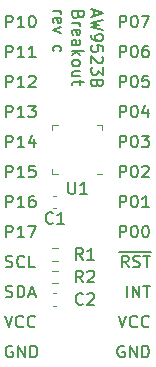
<source format=gbr>
%TF.GenerationSoftware,KiCad,Pcbnew,6.0.4+dfsg-1+b1*%
%TF.CreationDate,2022-04-28T11:11:36+08:00*%
%TF.ProjectId,gpioexp,6770696f-6578-4702-9e6b-696361645f70,c*%
%TF.SameCoordinates,Original*%
%TF.FileFunction,Legend,Top*%
%TF.FilePolarity,Positive*%
%FSLAX46Y46*%
G04 Gerber Fmt 4.6, Leading zero omitted, Abs format (unit mm)*
G04 Created by KiCad (PCBNEW 6.0.4+dfsg-1+b1) date 2022-04-28 11:11:36*
%MOMM*%
%LPD*%
G01*
G04 APERTURE LIST*
%ADD10C,0.150000*%
%ADD11C,0.120000*%
G04 APERTURE END LIST*
D10*
X136225595Y-84272380D02*
X136225595Y-83272380D01*
X136606547Y-83272380D01*
X136701785Y-83320000D01*
X136749404Y-83367619D01*
X136797023Y-83462857D01*
X136797023Y-83605714D01*
X136749404Y-83700952D01*
X136701785Y-83748571D01*
X136606547Y-83796190D01*
X136225595Y-83796190D01*
X137749404Y-84272380D02*
X137177976Y-84272380D01*
X137463690Y-84272380D02*
X137463690Y-83272380D01*
X137368452Y-83415238D01*
X137273214Y-83510476D01*
X137177976Y-83558095D01*
X138701785Y-84272380D02*
X138130357Y-84272380D01*
X138416071Y-84272380D02*
X138416071Y-83272380D01*
X138320833Y-83415238D01*
X138225595Y-83510476D01*
X138130357Y-83558095D01*
X136225595Y-86812380D02*
X136225595Y-85812380D01*
X136606547Y-85812380D01*
X136701785Y-85860000D01*
X136749404Y-85907619D01*
X136797023Y-86002857D01*
X136797023Y-86145714D01*
X136749404Y-86240952D01*
X136701785Y-86288571D01*
X136606547Y-86336190D01*
X136225595Y-86336190D01*
X137749404Y-86812380D02*
X137177976Y-86812380D01*
X137463690Y-86812380D02*
X137463690Y-85812380D01*
X137368452Y-85955238D01*
X137273214Y-86050476D01*
X137177976Y-86098095D01*
X138130357Y-85907619D02*
X138177976Y-85860000D01*
X138273214Y-85812380D01*
X138511309Y-85812380D01*
X138606547Y-85860000D01*
X138654166Y-85907619D01*
X138701785Y-86002857D01*
X138701785Y-86098095D01*
X138654166Y-86240952D01*
X138082738Y-86812380D01*
X138701785Y-86812380D01*
X136225595Y-89352380D02*
X136225595Y-88352380D01*
X136606547Y-88352380D01*
X136701785Y-88400000D01*
X136749404Y-88447619D01*
X136797023Y-88542857D01*
X136797023Y-88685714D01*
X136749404Y-88780952D01*
X136701785Y-88828571D01*
X136606547Y-88876190D01*
X136225595Y-88876190D01*
X137749404Y-89352380D02*
X137177976Y-89352380D01*
X137463690Y-89352380D02*
X137463690Y-88352380D01*
X137368452Y-88495238D01*
X137273214Y-88590476D01*
X137177976Y-88638095D01*
X138082738Y-88352380D02*
X138701785Y-88352380D01*
X138368452Y-88733333D01*
X138511309Y-88733333D01*
X138606547Y-88780952D01*
X138654166Y-88828571D01*
X138701785Y-88923809D01*
X138701785Y-89161904D01*
X138654166Y-89257142D01*
X138606547Y-89304761D01*
X138511309Y-89352380D01*
X138225595Y-89352380D01*
X138130357Y-89304761D01*
X138082738Y-89257142D01*
X136225595Y-91892380D02*
X136225595Y-90892380D01*
X136606547Y-90892380D01*
X136701785Y-90940000D01*
X136749404Y-90987619D01*
X136797023Y-91082857D01*
X136797023Y-91225714D01*
X136749404Y-91320952D01*
X136701785Y-91368571D01*
X136606547Y-91416190D01*
X136225595Y-91416190D01*
X137749404Y-91892380D02*
X137177976Y-91892380D01*
X137463690Y-91892380D02*
X137463690Y-90892380D01*
X137368452Y-91035238D01*
X137273214Y-91130476D01*
X137177976Y-91178095D01*
X138606547Y-91225714D02*
X138606547Y-91892380D01*
X138368452Y-90844761D02*
X138130357Y-91559047D01*
X138749404Y-91559047D01*
X136225595Y-94432380D02*
X136225595Y-93432380D01*
X136606547Y-93432380D01*
X136701785Y-93480000D01*
X136749404Y-93527619D01*
X136797023Y-93622857D01*
X136797023Y-93765714D01*
X136749404Y-93860952D01*
X136701785Y-93908571D01*
X136606547Y-93956190D01*
X136225595Y-93956190D01*
X137749404Y-94432380D02*
X137177976Y-94432380D01*
X137463690Y-94432380D02*
X137463690Y-93432380D01*
X137368452Y-93575238D01*
X137273214Y-93670476D01*
X137177976Y-93718095D01*
X138654166Y-93432380D02*
X138177976Y-93432380D01*
X138130357Y-93908571D01*
X138177976Y-93860952D01*
X138273214Y-93813333D01*
X138511309Y-93813333D01*
X138606547Y-93860952D01*
X138654166Y-93908571D01*
X138701785Y-94003809D01*
X138701785Y-94241904D01*
X138654166Y-94337142D01*
X138606547Y-94384761D01*
X138511309Y-94432380D01*
X138273214Y-94432380D01*
X138177976Y-94384761D01*
X138130357Y-94337142D01*
X136225595Y-96972380D02*
X136225595Y-95972380D01*
X136606547Y-95972380D01*
X136701785Y-96020000D01*
X136749404Y-96067619D01*
X136797023Y-96162857D01*
X136797023Y-96305714D01*
X136749404Y-96400952D01*
X136701785Y-96448571D01*
X136606547Y-96496190D01*
X136225595Y-96496190D01*
X137749404Y-96972380D02*
X137177976Y-96972380D01*
X137463690Y-96972380D02*
X137463690Y-95972380D01*
X137368452Y-96115238D01*
X137273214Y-96210476D01*
X137177976Y-96258095D01*
X138606547Y-95972380D02*
X138416071Y-95972380D01*
X138320833Y-96020000D01*
X138273214Y-96067619D01*
X138177976Y-96210476D01*
X138130357Y-96400952D01*
X138130357Y-96781904D01*
X138177976Y-96877142D01*
X138225595Y-96924761D01*
X138320833Y-96972380D01*
X138511309Y-96972380D01*
X138606547Y-96924761D01*
X138654166Y-96877142D01*
X138701785Y-96781904D01*
X138701785Y-96543809D01*
X138654166Y-96448571D01*
X138606547Y-96400952D01*
X138511309Y-96353333D01*
X138320833Y-96353333D01*
X138225595Y-96400952D01*
X138177976Y-96448571D01*
X138130357Y-96543809D01*
X136225595Y-99512380D02*
X136225595Y-98512380D01*
X136606547Y-98512380D01*
X136701785Y-98560000D01*
X136749404Y-98607619D01*
X136797023Y-98702857D01*
X136797023Y-98845714D01*
X136749404Y-98940952D01*
X136701785Y-98988571D01*
X136606547Y-99036190D01*
X136225595Y-99036190D01*
X137749404Y-99512380D02*
X137177976Y-99512380D01*
X137463690Y-99512380D02*
X137463690Y-98512380D01*
X137368452Y-98655238D01*
X137273214Y-98750476D01*
X137177976Y-98798095D01*
X138082738Y-98512380D02*
X138749404Y-98512380D01*
X138320833Y-99512380D01*
X136177976Y-102004761D02*
X136320833Y-102052380D01*
X136558928Y-102052380D01*
X136654166Y-102004761D01*
X136701785Y-101957142D01*
X136749404Y-101861904D01*
X136749404Y-101766666D01*
X136701785Y-101671428D01*
X136654166Y-101623809D01*
X136558928Y-101576190D01*
X136368452Y-101528571D01*
X136273214Y-101480952D01*
X136225595Y-101433333D01*
X136177976Y-101338095D01*
X136177976Y-101242857D01*
X136225595Y-101147619D01*
X136273214Y-101100000D01*
X136368452Y-101052380D01*
X136606547Y-101052380D01*
X136749404Y-101100000D01*
X137749404Y-101957142D02*
X137701785Y-102004761D01*
X137558928Y-102052380D01*
X137463690Y-102052380D01*
X137320833Y-102004761D01*
X137225595Y-101909523D01*
X137177976Y-101814285D01*
X137130357Y-101623809D01*
X137130357Y-101480952D01*
X137177976Y-101290476D01*
X137225595Y-101195238D01*
X137320833Y-101100000D01*
X137463690Y-101052380D01*
X137558928Y-101052380D01*
X137701785Y-101100000D01*
X137749404Y-101147619D01*
X138654166Y-102052380D02*
X138177976Y-102052380D01*
X138177976Y-101052380D01*
X136177976Y-104544761D02*
X136320833Y-104592380D01*
X136558928Y-104592380D01*
X136654166Y-104544761D01*
X136701785Y-104497142D01*
X136749404Y-104401904D01*
X136749404Y-104306666D01*
X136701785Y-104211428D01*
X136654166Y-104163809D01*
X136558928Y-104116190D01*
X136368452Y-104068571D01*
X136273214Y-104020952D01*
X136225595Y-103973333D01*
X136177976Y-103878095D01*
X136177976Y-103782857D01*
X136225595Y-103687619D01*
X136273214Y-103640000D01*
X136368452Y-103592380D01*
X136606547Y-103592380D01*
X136749404Y-103640000D01*
X137177976Y-104592380D02*
X137177976Y-103592380D01*
X137416071Y-103592380D01*
X137558928Y-103640000D01*
X137654166Y-103735238D01*
X137701785Y-103830476D01*
X137749404Y-104020952D01*
X137749404Y-104163809D01*
X137701785Y-104354285D01*
X137654166Y-104449523D01*
X137558928Y-104544761D01*
X137416071Y-104592380D01*
X137177976Y-104592380D01*
X138130357Y-104306666D02*
X138606547Y-104306666D01*
X138035119Y-104592380D02*
X138368452Y-103592380D01*
X138701785Y-104592380D01*
X136082738Y-106132380D02*
X136416071Y-107132380D01*
X136749404Y-106132380D01*
X137654166Y-107037142D02*
X137606547Y-107084761D01*
X137463690Y-107132380D01*
X137368452Y-107132380D01*
X137225595Y-107084761D01*
X137130357Y-106989523D01*
X137082738Y-106894285D01*
X137035119Y-106703809D01*
X137035119Y-106560952D01*
X137082738Y-106370476D01*
X137130357Y-106275238D01*
X137225595Y-106180000D01*
X137368452Y-106132380D01*
X137463690Y-106132380D01*
X137606547Y-106180000D01*
X137654166Y-106227619D01*
X138654166Y-107037142D02*
X138606547Y-107084761D01*
X138463690Y-107132380D01*
X138368452Y-107132380D01*
X138225595Y-107084761D01*
X138130357Y-106989523D01*
X138082738Y-106894285D01*
X138035119Y-106703809D01*
X138035119Y-106560952D01*
X138082738Y-106370476D01*
X138130357Y-106275238D01*
X138225595Y-106180000D01*
X138368452Y-106132380D01*
X138463690Y-106132380D01*
X138606547Y-106180000D01*
X138654166Y-106227619D01*
X136749404Y-108720000D02*
X136654166Y-108672380D01*
X136511309Y-108672380D01*
X136368452Y-108720000D01*
X136273214Y-108815238D01*
X136225595Y-108910476D01*
X136177976Y-109100952D01*
X136177976Y-109243809D01*
X136225595Y-109434285D01*
X136273214Y-109529523D01*
X136368452Y-109624761D01*
X136511309Y-109672380D01*
X136606547Y-109672380D01*
X136749404Y-109624761D01*
X136797023Y-109577142D01*
X136797023Y-109243809D01*
X136606547Y-109243809D01*
X137225595Y-109672380D02*
X137225595Y-108672380D01*
X137797023Y-109672380D01*
X137797023Y-108672380D01*
X138273214Y-109672380D02*
X138273214Y-108672380D01*
X138511309Y-108672380D01*
X138654166Y-108720000D01*
X138749404Y-108815238D01*
X138797023Y-108910476D01*
X138844642Y-109100952D01*
X138844642Y-109243809D01*
X138797023Y-109434285D01*
X138749404Y-109529523D01*
X138654166Y-109624761D01*
X138511309Y-109672380D01*
X138273214Y-109672380D01*
X146206785Y-108720000D02*
X146111547Y-108672380D01*
X145968690Y-108672380D01*
X145825833Y-108720000D01*
X145730595Y-108815238D01*
X145682976Y-108910476D01*
X145635357Y-109100952D01*
X145635357Y-109243809D01*
X145682976Y-109434285D01*
X145730595Y-109529523D01*
X145825833Y-109624761D01*
X145968690Y-109672380D01*
X146063928Y-109672380D01*
X146206785Y-109624761D01*
X146254404Y-109577142D01*
X146254404Y-109243809D01*
X146063928Y-109243809D01*
X146682976Y-109672380D02*
X146682976Y-108672380D01*
X147254404Y-109672380D01*
X147254404Y-108672380D01*
X147730595Y-109672380D02*
X147730595Y-108672380D01*
X147968690Y-108672380D01*
X148111547Y-108720000D01*
X148206785Y-108815238D01*
X148254404Y-108910476D01*
X148302023Y-109100952D01*
X148302023Y-109243809D01*
X148254404Y-109434285D01*
X148206785Y-109529523D01*
X148111547Y-109624761D01*
X147968690Y-109672380D01*
X147730595Y-109672380D01*
X145730595Y-106132380D02*
X146063928Y-107132380D01*
X146397261Y-106132380D01*
X147302023Y-107037142D02*
X147254404Y-107084761D01*
X147111547Y-107132380D01*
X147016309Y-107132380D01*
X146873452Y-107084761D01*
X146778214Y-106989523D01*
X146730595Y-106894285D01*
X146682976Y-106703809D01*
X146682976Y-106560952D01*
X146730595Y-106370476D01*
X146778214Y-106275238D01*
X146873452Y-106180000D01*
X147016309Y-106132380D01*
X147111547Y-106132380D01*
X147254404Y-106180000D01*
X147302023Y-106227619D01*
X148302023Y-107037142D02*
X148254404Y-107084761D01*
X148111547Y-107132380D01*
X148016309Y-107132380D01*
X147873452Y-107084761D01*
X147778214Y-106989523D01*
X147730595Y-106894285D01*
X147682976Y-106703809D01*
X147682976Y-106560952D01*
X147730595Y-106370476D01*
X147778214Y-106275238D01*
X147873452Y-106180000D01*
X148016309Y-106132380D01*
X148111547Y-106132380D01*
X148254404Y-106180000D01*
X148302023Y-106227619D01*
X146444880Y-104592380D02*
X146444880Y-103592380D01*
X146921071Y-104592380D02*
X146921071Y-103592380D01*
X147492500Y-104592380D01*
X147492500Y-103592380D01*
X147825833Y-103592380D02*
X148397261Y-103592380D01*
X148111547Y-104592380D02*
X148111547Y-103592380D01*
X145778214Y-100770000D02*
X146778214Y-100770000D01*
X146587738Y-102052380D02*
X146254404Y-101576190D01*
X146016309Y-102052380D02*
X146016309Y-101052380D01*
X146397261Y-101052380D01*
X146492500Y-101100000D01*
X146540119Y-101147619D01*
X146587738Y-101242857D01*
X146587738Y-101385714D01*
X146540119Y-101480952D01*
X146492500Y-101528571D01*
X146397261Y-101576190D01*
X146016309Y-101576190D01*
X146778214Y-100770000D02*
X147730595Y-100770000D01*
X146968690Y-102004761D02*
X147111547Y-102052380D01*
X147349642Y-102052380D01*
X147444880Y-102004761D01*
X147492500Y-101957142D01*
X147540119Y-101861904D01*
X147540119Y-101766666D01*
X147492500Y-101671428D01*
X147444880Y-101623809D01*
X147349642Y-101576190D01*
X147159166Y-101528571D01*
X147063928Y-101480952D01*
X147016309Y-101433333D01*
X146968690Y-101338095D01*
X146968690Y-101242857D01*
X147016309Y-101147619D01*
X147063928Y-101100000D01*
X147159166Y-101052380D01*
X147397261Y-101052380D01*
X147540119Y-101100000D01*
X147730595Y-100770000D02*
X148492500Y-100770000D01*
X147825833Y-101052380D02*
X148397261Y-101052380D01*
X148111547Y-102052380D02*
X148111547Y-101052380D01*
X145825833Y-99512380D02*
X145825833Y-98512380D01*
X146206785Y-98512380D01*
X146302023Y-98560000D01*
X146349642Y-98607619D01*
X146397261Y-98702857D01*
X146397261Y-98845714D01*
X146349642Y-98940952D01*
X146302023Y-98988571D01*
X146206785Y-99036190D01*
X145825833Y-99036190D01*
X147016309Y-98512380D02*
X147111547Y-98512380D01*
X147206785Y-98560000D01*
X147254404Y-98607619D01*
X147302023Y-98702857D01*
X147349642Y-98893333D01*
X147349642Y-99131428D01*
X147302023Y-99321904D01*
X147254404Y-99417142D01*
X147206785Y-99464761D01*
X147111547Y-99512380D01*
X147016309Y-99512380D01*
X146921071Y-99464761D01*
X146873452Y-99417142D01*
X146825833Y-99321904D01*
X146778214Y-99131428D01*
X146778214Y-98893333D01*
X146825833Y-98702857D01*
X146873452Y-98607619D01*
X146921071Y-98560000D01*
X147016309Y-98512380D01*
X147968690Y-98512380D02*
X148063928Y-98512380D01*
X148159166Y-98560000D01*
X148206785Y-98607619D01*
X148254404Y-98702857D01*
X148302023Y-98893333D01*
X148302023Y-99131428D01*
X148254404Y-99321904D01*
X148206785Y-99417142D01*
X148159166Y-99464761D01*
X148063928Y-99512380D01*
X147968690Y-99512380D01*
X147873452Y-99464761D01*
X147825833Y-99417142D01*
X147778214Y-99321904D01*
X147730595Y-99131428D01*
X147730595Y-98893333D01*
X147778214Y-98702857D01*
X147825833Y-98607619D01*
X147873452Y-98560000D01*
X147968690Y-98512380D01*
X145825833Y-96972380D02*
X145825833Y-95972380D01*
X146206785Y-95972380D01*
X146302023Y-96020000D01*
X146349642Y-96067619D01*
X146397261Y-96162857D01*
X146397261Y-96305714D01*
X146349642Y-96400952D01*
X146302023Y-96448571D01*
X146206785Y-96496190D01*
X145825833Y-96496190D01*
X147016309Y-95972380D02*
X147111547Y-95972380D01*
X147206785Y-96020000D01*
X147254404Y-96067619D01*
X147302023Y-96162857D01*
X147349642Y-96353333D01*
X147349642Y-96591428D01*
X147302023Y-96781904D01*
X147254404Y-96877142D01*
X147206785Y-96924761D01*
X147111547Y-96972380D01*
X147016309Y-96972380D01*
X146921071Y-96924761D01*
X146873452Y-96877142D01*
X146825833Y-96781904D01*
X146778214Y-96591428D01*
X146778214Y-96353333D01*
X146825833Y-96162857D01*
X146873452Y-96067619D01*
X146921071Y-96020000D01*
X147016309Y-95972380D01*
X148302023Y-96972380D02*
X147730595Y-96972380D01*
X148016309Y-96972380D02*
X148016309Y-95972380D01*
X147921071Y-96115238D01*
X147825833Y-96210476D01*
X147730595Y-96258095D01*
X145825833Y-94432380D02*
X145825833Y-93432380D01*
X146206785Y-93432380D01*
X146302023Y-93480000D01*
X146349642Y-93527619D01*
X146397261Y-93622857D01*
X146397261Y-93765714D01*
X146349642Y-93860952D01*
X146302023Y-93908571D01*
X146206785Y-93956190D01*
X145825833Y-93956190D01*
X147016309Y-93432380D02*
X147111547Y-93432380D01*
X147206785Y-93480000D01*
X147254404Y-93527619D01*
X147302023Y-93622857D01*
X147349642Y-93813333D01*
X147349642Y-94051428D01*
X147302023Y-94241904D01*
X147254404Y-94337142D01*
X147206785Y-94384761D01*
X147111547Y-94432380D01*
X147016309Y-94432380D01*
X146921071Y-94384761D01*
X146873452Y-94337142D01*
X146825833Y-94241904D01*
X146778214Y-94051428D01*
X146778214Y-93813333D01*
X146825833Y-93622857D01*
X146873452Y-93527619D01*
X146921071Y-93480000D01*
X147016309Y-93432380D01*
X147730595Y-93527619D02*
X147778214Y-93480000D01*
X147873452Y-93432380D01*
X148111547Y-93432380D01*
X148206785Y-93480000D01*
X148254404Y-93527619D01*
X148302023Y-93622857D01*
X148302023Y-93718095D01*
X148254404Y-93860952D01*
X147682976Y-94432380D01*
X148302023Y-94432380D01*
X145825833Y-91892380D02*
X145825833Y-90892380D01*
X146206785Y-90892380D01*
X146302023Y-90940000D01*
X146349642Y-90987619D01*
X146397261Y-91082857D01*
X146397261Y-91225714D01*
X146349642Y-91320952D01*
X146302023Y-91368571D01*
X146206785Y-91416190D01*
X145825833Y-91416190D01*
X147016309Y-90892380D02*
X147111547Y-90892380D01*
X147206785Y-90940000D01*
X147254404Y-90987619D01*
X147302023Y-91082857D01*
X147349642Y-91273333D01*
X147349642Y-91511428D01*
X147302023Y-91701904D01*
X147254404Y-91797142D01*
X147206785Y-91844761D01*
X147111547Y-91892380D01*
X147016309Y-91892380D01*
X146921071Y-91844761D01*
X146873452Y-91797142D01*
X146825833Y-91701904D01*
X146778214Y-91511428D01*
X146778214Y-91273333D01*
X146825833Y-91082857D01*
X146873452Y-90987619D01*
X146921071Y-90940000D01*
X147016309Y-90892380D01*
X147682976Y-90892380D02*
X148302023Y-90892380D01*
X147968690Y-91273333D01*
X148111547Y-91273333D01*
X148206785Y-91320952D01*
X148254404Y-91368571D01*
X148302023Y-91463809D01*
X148302023Y-91701904D01*
X148254404Y-91797142D01*
X148206785Y-91844761D01*
X148111547Y-91892380D01*
X147825833Y-91892380D01*
X147730595Y-91844761D01*
X147682976Y-91797142D01*
X145825833Y-89352380D02*
X145825833Y-88352380D01*
X146206785Y-88352380D01*
X146302023Y-88400000D01*
X146349642Y-88447619D01*
X146397261Y-88542857D01*
X146397261Y-88685714D01*
X146349642Y-88780952D01*
X146302023Y-88828571D01*
X146206785Y-88876190D01*
X145825833Y-88876190D01*
X147016309Y-88352380D02*
X147111547Y-88352380D01*
X147206785Y-88400000D01*
X147254404Y-88447619D01*
X147302023Y-88542857D01*
X147349642Y-88733333D01*
X147349642Y-88971428D01*
X147302023Y-89161904D01*
X147254404Y-89257142D01*
X147206785Y-89304761D01*
X147111547Y-89352380D01*
X147016309Y-89352380D01*
X146921071Y-89304761D01*
X146873452Y-89257142D01*
X146825833Y-89161904D01*
X146778214Y-88971428D01*
X146778214Y-88733333D01*
X146825833Y-88542857D01*
X146873452Y-88447619D01*
X146921071Y-88400000D01*
X147016309Y-88352380D01*
X148206785Y-88685714D02*
X148206785Y-89352380D01*
X147968690Y-88304761D02*
X147730595Y-89019047D01*
X148349642Y-89019047D01*
X145825833Y-86812380D02*
X145825833Y-85812380D01*
X146206785Y-85812380D01*
X146302023Y-85860000D01*
X146349642Y-85907619D01*
X146397261Y-86002857D01*
X146397261Y-86145714D01*
X146349642Y-86240952D01*
X146302023Y-86288571D01*
X146206785Y-86336190D01*
X145825833Y-86336190D01*
X147016309Y-85812380D02*
X147111547Y-85812380D01*
X147206785Y-85860000D01*
X147254404Y-85907619D01*
X147302023Y-86002857D01*
X147349642Y-86193333D01*
X147349642Y-86431428D01*
X147302023Y-86621904D01*
X147254404Y-86717142D01*
X147206785Y-86764761D01*
X147111547Y-86812380D01*
X147016309Y-86812380D01*
X146921071Y-86764761D01*
X146873452Y-86717142D01*
X146825833Y-86621904D01*
X146778214Y-86431428D01*
X146778214Y-86193333D01*
X146825833Y-86002857D01*
X146873452Y-85907619D01*
X146921071Y-85860000D01*
X147016309Y-85812380D01*
X148254404Y-85812380D02*
X147778214Y-85812380D01*
X147730595Y-86288571D01*
X147778214Y-86240952D01*
X147873452Y-86193333D01*
X148111547Y-86193333D01*
X148206785Y-86240952D01*
X148254404Y-86288571D01*
X148302023Y-86383809D01*
X148302023Y-86621904D01*
X148254404Y-86717142D01*
X148206785Y-86764761D01*
X148111547Y-86812380D01*
X147873452Y-86812380D01*
X147778214Y-86764761D01*
X147730595Y-86717142D01*
X145825833Y-84272380D02*
X145825833Y-83272380D01*
X146206785Y-83272380D01*
X146302023Y-83320000D01*
X146349642Y-83367619D01*
X146397261Y-83462857D01*
X146397261Y-83605714D01*
X146349642Y-83700952D01*
X146302023Y-83748571D01*
X146206785Y-83796190D01*
X145825833Y-83796190D01*
X147016309Y-83272380D02*
X147111547Y-83272380D01*
X147206785Y-83320000D01*
X147254404Y-83367619D01*
X147302023Y-83462857D01*
X147349642Y-83653333D01*
X147349642Y-83891428D01*
X147302023Y-84081904D01*
X147254404Y-84177142D01*
X147206785Y-84224761D01*
X147111547Y-84272380D01*
X147016309Y-84272380D01*
X146921071Y-84224761D01*
X146873452Y-84177142D01*
X146825833Y-84081904D01*
X146778214Y-83891428D01*
X146778214Y-83653333D01*
X146825833Y-83462857D01*
X146873452Y-83367619D01*
X146921071Y-83320000D01*
X147016309Y-83272380D01*
X148206785Y-83272380D02*
X148016309Y-83272380D01*
X147921071Y-83320000D01*
X147873452Y-83367619D01*
X147778214Y-83510476D01*
X147730595Y-83700952D01*
X147730595Y-84081904D01*
X147778214Y-84177142D01*
X147825833Y-84224761D01*
X147921071Y-84272380D01*
X148111547Y-84272380D01*
X148206785Y-84224761D01*
X148254404Y-84177142D01*
X148302023Y-84081904D01*
X148302023Y-83843809D01*
X148254404Y-83748571D01*
X148206785Y-83700952D01*
X148111547Y-83653333D01*
X147921071Y-83653333D01*
X147825833Y-83700952D01*
X147778214Y-83748571D01*
X147730595Y-83843809D01*
X145825833Y-81732380D02*
X145825833Y-80732380D01*
X146206785Y-80732380D01*
X146302023Y-80780000D01*
X146349642Y-80827619D01*
X146397261Y-80922857D01*
X146397261Y-81065714D01*
X146349642Y-81160952D01*
X146302023Y-81208571D01*
X146206785Y-81256190D01*
X145825833Y-81256190D01*
X147016309Y-80732380D02*
X147111547Y-80732380D01*
X147206785Y-80780000D01*
X147254404Y-80827619D01*
X147302023Y-80922857D01*
X147349642Y-81113333D01*
X147349642Y-81351428D01*
X147302023Y-81541904D01*
X147254404Y-81637142D01*
X147206785Y-81684761D01*
X147111547Y-81732380D01*
X147016309Y-81732380D01*
X146921071Y-81684761D01*
X146873452Y-81637142D01*
X146825833Y-81541904D01*
X146778214Y-81351428D01*
X146778214Y-81113333D01*
X146825833Y-80922857D01*
X146873452Y-80827619D01*
X146921071Y-80780000D01*
X147016309Y-80732380D01*
X147682976Y-80732380D02*
X148349642Y-80732380D01*
X147921071Y-81732380D01*
X143683333Y-80297976D02*
X143683333Y-80774166D01*
X143397619Y-80202738D02*
X144397619Y-80536071D01*
X143397619Y-80869404D01*
X144397619Y-81107500D02*
X143397619Y-81345595D01*
X144111904Y-81536071D01*
X143397619Y-81726547D01*
X144397619Y-81964642D01*
X143397619Y-82393214D02*
X143397619Y-82583690D01*
X143445238Y-82678928D01*
X143492857Y-82726547D01*
X143635714Y-82821785D01*
X143826190Y-82869404D01*
X144207142Y-82869404D01*
X144302380Y-82821785D01*
X144350000Y-82774166D01*
X144397619Y-82678928D01*
X144397619Y-82488452D01*
X144350000Y-82393214D01*
X144302380Y-82345595D01*
X144207142Y-82297976D01*
X143969047Y-82297976D01*
X143873809Y-82345595D01*
X143826190Y-82393214D01*
X143778571Y-82488452D01*
X143778571Y-82678928D01*
X143826190Y-82774166D01*
X143873809Y-82821785D01*
X143969047Y-82869404D01*
X144397619Y-83774166D02*
X144397619Y-83297976D01*
X143921428Y-83250357D01*
X143969047Y-83297976D01*
X144016666Y-83393214D01*
X144016666Y-83631309D01*
X143969047Y-83726547D01*
X143921428Y-83774166D01*
X143826190Y-83821785D01*
X143588095Y-83821785D01*
X143492857Y-83774166D01*
X143445238Y-83726547D01*
X143397619Y-83631309D01*
X143397619Y-83393214D01*
X143445238Y-83297976D01*
X143492857Y-83250357D01*
X144302380Y-84202738D02*
X144350000Y-84250357D01*
X144397619Y-84345595D01*
X144397619Y-84583690D01*
X144350000Y-84678928D01*
X144302380Y-84726547D01*
X144207142Y-84774166D01*
X144111904Y-84774166D01*
X143969047Y-84726547D01*
X143397619Y-84155119D01*
X143397619Y-84774166D01*
X144397619Y-85107500D02*
X144397619Y-85726547D01*
X144016666Y-85393214D01*
X144016666Y-85536071D01*
X143969047Y-85631309D01*
X143921428Y-85678928D01*
X143826190Y-85726547D01*
X143588095Y-85726547D01*
X143492857Y-85678928D01*
X143445238Y-85631309D01*
X143397619Y-85536071D01*
X143397619Y-85250357D01*
X143445238Y-85155119D01*
X143492857Y-85107500D01*
X143921428Y-86488452D02*
X143873809Y-86631309D01*
X143826190Y-86678928D01*
X143730952Y-86726547D01*
X143588095Y-86726547D01*
X143492857Y-86678928D01*
X143445238Y-86631309D01*
X143397619Y-86536071D01*
X143397619Y-86155119D01*
X144397619Y-86155119D01*
X144397619Y-86488452D01*
X144350000Y-86583690D01*
X144302380Y-86631309D01*
X144207142Y-86678928D01*
X144111904Y-86678928D01*
X144016666Y-86631309D01*
X143969047Y-86583690D01*
X143921428Y-86488452D01*
X143921428Y-86155119D01*
X142311428Y-80678928D02*
X142263809Y-80821785D01*
X142216190Y-80869404D01*
X142120952Y-80917023D01*
X141978095Y-80917023D01*
X141882857Y-80869404D01*
X141835238Y-80821785D01*
X141787619Y-80726547D01*
X141787619Y-80345595D01*
X142787619Y-80345595D01*
X142787619Y-80678928D01*
X142740000Y-80774166D01*
X142692380Y-80821785D01*
X142597142Y-80869404D01*
X142501904Y-80869404D01*
X142406666Y-80821785D01*
X142359047Y-80774166D01*
X142311428Y-80678928D01*
X142311428Y-80345595D01*
X141787619Y-81345595D02*
X142454285Y-81345595D01*
X142263809Y-81345595D02*
X142359047Y-81393214D01*
X142406666Y-81440833D01*
X142454285Y-81536071D01*
X142454285Y-81631309D01*
X141835238Y-82345595D02*
X141787619Y-82250357D01*
X141787619Y-82059880D01*
X141835238Y-81964642D01*
X141930476Y-81917023D01*
X142311428Y-81917023D01*
X142406666Y-81964642D01*
X142454285Y-82059880D01*
X142454285Y-82250357D01*
X142406666Y-82345595D01*
X142311428Y-82393214D01*
X142216190Y-82393214D01*
X142120952Y-81917023D01*
X141787619Y-83250357D02*
X142311428Y-83250357D01*
X142406666Y-83202738D01*
X142454285Y-83107500D01*
X142454285Y-82917023D01*
X142406666Y-82821785D01*
X141835238Y-83250357D02*
X141787619Y-83155119D01*
X141787619Y-82917023D01*
X141835238Y-82821785D01*
X141930476Y-82774166D01*
X142025714Y-82774166D01*
X142120952Y-82821785D01*
X142168571Y-82917023D01*
X142168571Y-83155119D01*
X142216190Y-83250357D01*
X141787619Y-83726547D02*
X142787619Y-83726547D01*
X142168571Y-83821785D02*
X141787619Y-84107500D01*
X142454285Y-84107500D02*
X142073333Y-83726547D01*
X141787619Y-84678928D02*
X141835238Y-84583690D01*
X141882857Y-84536071D01*
X141978095Y-84488452D01*
X142263809Y-84488452D01*
X142359047Y-84536071D01*
X142406666Y-84583690D01*
X142454285Y-84678928D01*
X142454285Y-84821785D01*
X142406666Y-84917023D01*
X142359047Y-84964642D01*
X142263809Y-85012261D01*
X141978095Y-85012261D01*
X141882857Y-84964642D01*
X141835238Y-84917023D01*
X141787619Y-84821785D01*
X141787619Y-84678928D01*
X142454285Y-85869404D02*
X141787619Y-85869404D01*
X142454285Y-85440833D02*
X141930476Y-85440833D01*
X141835238Y-85488452D01*
X141787619Y-85583690D01*
X141787619Y-85726547D01*
X141835238Y-85821785D01*
X141882857Y-85869404D01*
X142454285Y-86202738D02*
X142454285Y-86583690D01*
X142787619Y-86345595D02*
X141930476Y-86345595D01*
X141835238Y-86393214D01*
X141787619Y-86488452D01*
X141787619Y-86583690D01*
X140177619Y-80345595D02*
X140844285Y-80345595D01*
X140653809Y-80345595D02*
X140749047Y-80393214D01*
X140796666Y-80440833D01*
X140844285Y-80536071D01*
X140844285Y-80631309D01*
X140225238Y-81345595D02*
X140177619Y-81250357D01*
X140177619Y-81059880D01*
X140225238Y-80964642D01*
X140320476Y-80917023D01*
X140701428Y-80917023D01*
X140796666Y-80964642D01*
X140844285Y-81059880D01*
X140844285Y-81250357D01*
X140796666Y-81345595D01*
X140701428Y-81393214D01*
X140606190Y-81393214D01*
X140510952Y-80917023D01*
X140844285Y-81726547D02*
X140177619Y-81964642D01*
X140844285Y-82202738D01*
X140225238Y-83774166D02*
X140177619Y-83678928D01*
X140177619Y-83488452D01*
X140225238Y-83393214D01*
X140272857Y-83345595D01*
X140368095Y-83297976D01*
X140653809Y-83297976D01*
X140749047Y-83345595D01*
X140796666Y-83393214D01*
X140844285Y-83488452D01*
X140844285Y-83678928D01*
X140796666Y-83774166D01*
X136225595Y-81732380D02*
X136225595Y-80732380D01*
X136606547Y-80732380D01*
X136701785Y-80780000D01*
X136749404Y-80827619D01*
X136797023Y-80922857D01*
X136797023Y-81065714D01*
X136749404Y-81160952D01*
X136701785Y-81208571D01*
X136606547Y-81256190D01*
X136225595Y-81256190D01*
X137749404Y-81732380D02*
X137177976Y-81732380D01*
X137463690Y-81732380D02*
X137463690Y-80732380D01*
X137368452Y-80875238D01*
X137273214Y-80970476D01*
X137177976Y-81018095D01*
X138368452Y-80732380D02*
X138463690Y-80732380D01*
X138558928Y-80780000D01*
X138606547Y-80827619D01*
X138654166Y-80922857D01*
X138701785Y-81113333D01*
X138701785Y-81351428D01*
X138654166Y-81541904D01*
X138606547Y-81637142D01*
X138558928Y-81684761D01*
X138463690Y-81732380D01*
X138368452Y-81732380D01*
X138273214Y-81684761D01*
X138225595Y-81637142D01*
X138177976Y-81541904D01*
X138130357Y-81351428D01*
X138130357Y-81113333D01*
X138177976Y-80922857D01*
X138225595Y-80827619D01*
X138273214Y-80780000D01*
X138368452Y-80732380D01*
%TO.C,R1*%
X142708333Y-101417380D02*
X142375000Y-100941190D01*
X142136904Y-101417380D02*
X142136904Y-100417380D01*
X142517857Y-100417380D01*
X142613095Y-100465000D01*
X142660714Y-100512619D01*
X142708333Y-100607857D01*
X142708333Y-100750714D01*
X142660714Y-100845952D01*
X142613095Y-100893571D01*
X142517857Y-100941190D01*
X142136904Y-100941190D01*
X143660714Y-101417380D02*
X143089285Y-101417380D01*
X143375000Y-101417380D02*
X143375000Y-100417380D01*
X143279761Y-100560238D01*
X143184523Y-100655476D01*
X143089285Y-100703095D01*
%TO.C,R2*%
X142708333Y-103322380D02*
X142375000Y-102846190D01*
X142136904Y-103322380D02*
X142136904Y-102322380D01*
X142517857Y-102322380D01*
X142613095Y-102370000D01*
X142660714Y-102417619D01*
X142708333Y-102512857D01*
X142708333Y-102655714D01*
X142660714Y-102750952D01*
X142613095Y-102798571D01*
X142517857Y-102846190D01*
X142136904Y-102846190D01*
X143089285Y-102417619D02*
X143136904Y-102370000D01*
X143232142Y-102322380D01*
X143470238Y-102322380D01*
X143565476Y-102370000D01*
X143613095Y-102417619D01*
X143660714Y-102512857D01*
X143660714Y-102608095D01*
X143613095Y-102750952D01*
X143041666Y-103322380D01*
X143660714Y-103322380D01*
%TO.C,C1*%
X140168333Y-98274142D02*
X140120714Y-98321761D01*
X139977857Y-98369380D01*
X139882619Y-98369380D01*
X139739761Y-98321761D01*
X139644523Y-98226523D01*
X139596904Y-98131285D01*
X139549285Y-97940809D01*
X139549285Y-97797952D01*
X139596904Y-97607476D01*
X139644523Y-97512238D01*
X139739761Y-97417000D01*
X139882619Y-97369380D01*
X139977857Y-97369380D01*
X140120714Y-97417000D01*
X140168333Y-97464619D01*
X141120714Y-98369380D02*
X140549285Y-98369380D01*
X140835000Y-98369380D02*
X140835000Y-97369380D01*
X140739761Y-97512238D01*
X140644523Y-97607476D01*
X140549285Y-97655095D01*
%TO.C,C2*%
X142708333Y-105132142D02*
X142660714Y-105179761D01*
X142517857Y-105227380D01*
X142422619Y-105227380D01*
X142279761Y-105179761D01*
X142184523Y-105084523D01*
X142136904Y-104989285D01*
X142089285Y-104798809D01*
X142089285Y-104655952D01*
X142136904Y-104465476D01*
X142184523Y-104370238D01*
X142279761Y-104275000D01*
X142422619Y-104227380D01*
X142517857Y-104227380D01*
X142660714Y-104275000D01*
X142708333Y-104322619D01*
X143089285Y-104322619D02*
X143136904Y-104275000D01*
X143232142Y-104227380D01*
X143470238Y-104227380D01*
X143565476Y-104275000D01*
X143613095Y-104322619D01*
X143660714Y-104417857D01*
X143660714Y-104513095D01*
X143613095Y-104655952D01*
X143041666Y-105227380D01*
X143660714Y-105227380D01*
%TO.C,U1*%
X141478095Y-94827380D02*
X141478095Y-95636904D01*
X141525714Y-95732142D01*
X141573333Y-95779761D01*
X141668571Y-95827380D01*
X141859047Y-95827380D01*
X141954285Y-95779761D01*
X142001904Y-95732142D01*
X142049523Y-95636904D01*
X142049523Y-94827380D01*
X143049523Y-95827380D02*
X142478095Y-95827380D01*
X142763809Y-95827380D02*
X142763809Y-94827380D01*
X142668571Y-94970238D01*
X142573333Y-95065476D01*
X142478095Y-95113095D01*
D11*
%TO.C,R1*%
X140572258Y-101487500D02*
X140097742Y-101487500D01*
X140572258Y-100442500D02*
X140097742Y-100442500D01*
%TO.C,R2*%
X140572258Y-103392500D02*
X140097742Y-103392500D01*
X140572258Y-102347500D02*
X140097742Y-102347500D01*
%TO.C,C1*%
X140475580Y-96010000D02*
X140194420Y-96010000D01*
X140475580Y-97030000D02*
X140194420Y-97030000D01*
%TO.C,C2*%
X140475580Y-105285000D02*
X140194420Y-105285000D01*
X140475580Y-104265000D02*
X140194420Y-104265000D01*
%TO.C,U1*%
X140605000Y-94185000D02*
X140130000Y-94185000D01*
X140605000Y-89965000D02*
X140130000Y-89965000D01*
X143875000Y-94185000D02*
X144350000Y-94185000D01*
X144350000Y-89965000D02*
X144350000Y-90440000D01*
X140130000Y-89965000D02*
X140130000Y-90440000D01*
X143875000Y-89965000D02*
X144350000Y-89965000D01*
X140130000Y-94185000D02*
X140130000Y-93710000D01*
%TD*%
M02*

</source>
